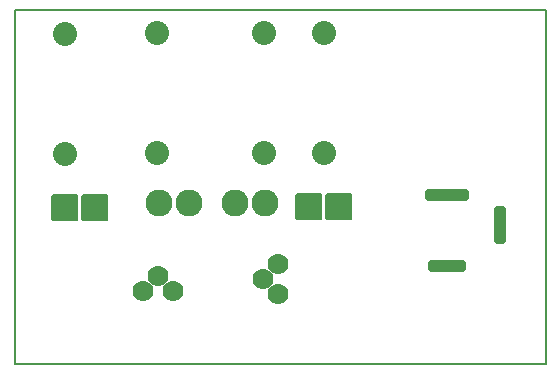
<source format=gbr>
G04 PROTEUS GERBER X2 FILE*
%TF.GenerationSoftware,Labcenter,Proteus,8.8-SP1-Build27031*%
%TF.CreationDate,2019-02-23T23:09:11+00:00*%
%TF.FileFunction,Soldermask,Bot*%
%TF.FilePolarity,Negative*%
%TF.Part,Single*%
%TF.SameCoordinates,{4f05214c-f268-41af-9fbd-0331bb8a8b34}*%
%FSLAX45Y45*%
%MOMM*%
G01*
%TA.AperFunction,Material*%
%ADD71C,1.778000*%
%TA.AperFunction,Material*%
%ADD20C,2.032000*%
%AMPPAD013*
4,1,36,
-1.016000,1.143000,
1.016000,1.143000,
1.041970,1.140470,
1.065980,1.133200,
1.087580,1.121650,
1.106290,1.106290,
1.121650,1.087570,
1.133200,1.065980,
1.140470,1.041970,
1.143000,1.016000,
1.143000,-1.016000,
1.140470,-1.041970,
1.133200,-1.065980,
1.121650,-1.087570,
1.106290,-1.106290,
1.087580,-1.121650,
1.065980,-1.133200,
1.041970,-1.140470,
1.016000,-1.143000,
-1.016000,-1.143000,
-1.041970,-1.140470,
-1.065980,-1.133200,
-1.087580,-1.121650,
-1.106290,-1.106290,
-1.121650,-1.087570,
-1.133200,-1.065980,
-1.140470,-1.041970,
-1.143000,-1.016000,
-1.143000,1.016000,
-1.140470,1.041970,
-1.133200,1.065980,
-1.121650,1.087570,
-1.106290,1.106290,
-1.087580,1.121650,
-1.065980,1.133200,
-1.041970,1.140470,
-1.016000,1.143000,
0*%
%ADD21PPAD013*%
%ADD22C,2.286000*%
%AMPPAD015*
4,1,36,
-1.877000,-0.095200,
-1.877000,0.095200,
-1.868410,0.183490,
-1.843690,0.265130,
-1.804420,0.338560,
-1.752180,0.402180,
-1.688560,0.454420,
-1.615130,0.493690,
-1.533490,0.518410,
-1.445200,0.527000,
1.445200,0.527000,
1.533490,0.518410,
1.615130,0.493690,
1.688560,0.454420,
1.752180,0.402180,
1.804420,0.338560,
1.843690,0.265130,
1.868410,0.183490,
1.877000,0.095200,
1.877000,-0.095200,
1.868410,-0.183490,
1.843690,-0.265130,
1.804420,-0.338560,
1.752180,-0.402180,
1.688560,-0.454420,
1.615130,-0.493690,
1.533490,-0.518410,
1.445200,-0.527000,
-1.445200,-0.527000,
-1.533490,-0.518410,
-1.615130,-0.493690,
-1.688560,-0.454420,
-1.752180,-0.402180,
-1.804420,-0.338560,
-1.843690,-0.265130,
-1.868410,-0.183490,
-1.877000,-0.095200,
0*%
%TA.AperFunction,Material*%
%ADD23PPAD015*%
%AMPPAD016*
4,1,36,
-1.627000,-0.095200,
-1.627000,0.095200,
-1.618410,0.183490,
-1.593690,0.265130,
-1.554420,0.338560,
-1.502180,0.402180,
-1.438560,0.454420,
-1.365130,0.493690,
-1.283490,0.518410,
-1.195200,0.527000,
1.195200,0.527000,
1.283490,0.518410,
1.365130,0.493690,
1.438560,0.454420,
1.502180,0.402180,
1.554420,0.338560,
1.593690,0.265130,
1.618410,0.183490,
1.627000,0.095200,
1.627000,-0.095200,
1.618410,-0.183490,
1.593690,-0.265130,
1.554420,-0.338560,
1.502180,-0.402180,
1.438560,-0.454420,
1.365130,-0.493690,
1.283490,-0.518410,
1.195200,-0.527000,
-1.195200,-0.527000,
-1.283490,-0.518410,
-1.365130,-0.493690,
-1.438560,-0.454420,
-1.502180,-0.402180,
-1.554420,-0.338560,
-1.593690,-0.265130,
-1.618410,-0.183490,
-1.627000,-0.095200,
0*%
%ADD24PPAD016*%
%AMPPAD017*
4,1,36,
0.095200,-1.627000,
-0.095200,-1.627000,
-0.183490,-1.618410,
-0.265130,-1.593690,
-0.338560,-1.554420,
-0.402180,-1.502180,
-0.454420,-1.438560,
-0.493690,-1.365130,
-0.518410,-1.283490,
-0.527000,-1.195200,
-0.527000,1.195200,
-0.518410,1.283490,
-0.493690,1.365130,
-0.454420,1.438560,
-0.402180,1.502180,
-0.338560,1.554420,
-0.265130,1.593690,
-0.183490,1.618410,
-0.095200,1.627000,
0.095200,1.627000,
0.183490,1.618410,
0.265130,1.593690,
0.338560,1.554420,
0.402180,1.502180,
0.454420,1.438560,
0.493690,1.365130,
0.518410,1.283490,
0.527000,1.195200,
0.527000,-1.195200,
0.518410,-1.283490,
0.493690,-1.365130,
0.454420,-1.438560,
0.402180,-1.502180,
0.338560,-1.554420,
0.265130,-1.593690,
0.183490,-1.618410,
0.095200,-1.627000,
0*%
%ADD25PPAD017*%
%TA.AperFunction,Profile*%
%ADD17C,0.203200*%
%TD.AperFunction*%
D71*
X-133500Y-120000D03*
X-6500Y+7000D03*
X+120500Y-120000D03*
X+1010000Y-150500D03*
X+883000Y-23500D03*
X+1010000Y+103500D03*
D20*
X-790000Y+1037000D03*
X-790000Y+2053000D03*
X+1400000Y+1047000D03*
X+1400000Y+2063000D03*
X+890000Y+1047000D03*
X+890000Y+2063000D03*
X-10000Y+1047000D03*
X-10000Y+2063000D03*
D21*
X-794000Y+580000D03*
X-540000Y+580000D03*
X+1270000Y+590000D03*
X+1524000Y+590000D03*
D22*
X+650000Y+621750D03*
X+904000Y+621750D03*
X+0Y+621750D03*
X+254000Y+621750D03*
D23*
X+2440000Y+690000D03*
D24*
X+2440000Y+90000D03*
D25*
X+2890000Y+440000D03*
D17*
X-1220000Y-740000D02*
X+3280000Y-740000D01*
X+3280000Y+2260000D01*
X-1220000Y+2260000D01*
X-1220000Y-740000D01*
M02*

</source>
